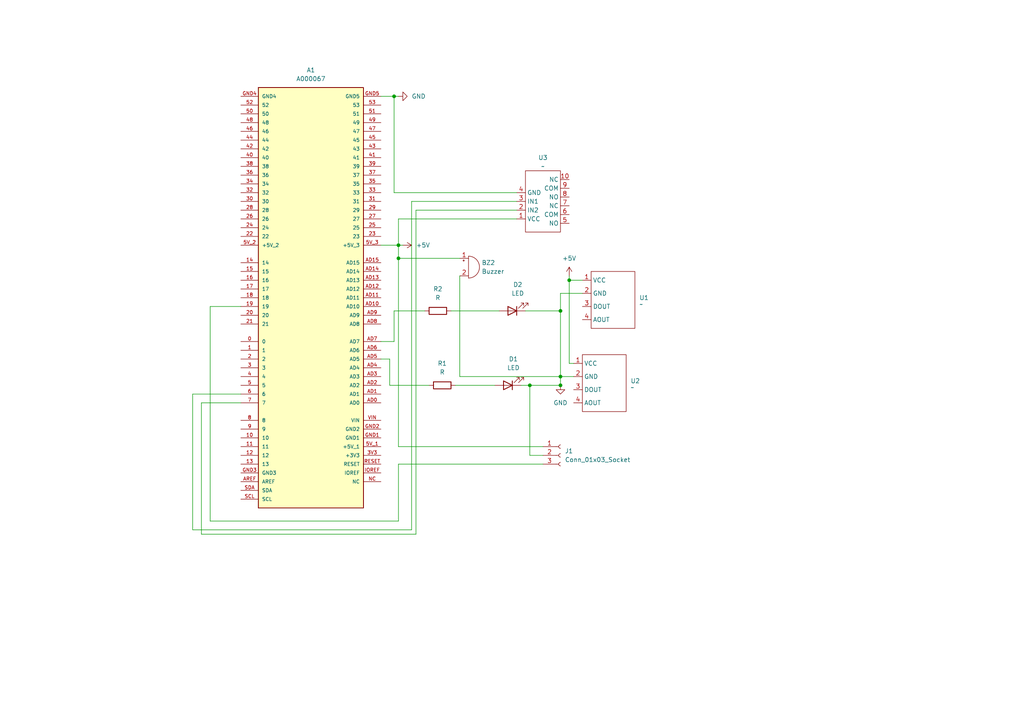
<source format=kicad_sch>
(kicad_sch
	(version 20231120)
	(generator "eeschema")
	(generator_version "8.0")
	(uuid "86a9fac1-80b9-4434-af4a-09cf36e78a21")
	(paper "A4")
	(lib_symbols
		(symbol "A000067:A000067"
			(pin_names
				(offset 1.016)
			)
			(exclude_from_sim no)
			(in_bom yes)
			(on_board yes)
			(property "Reference" "A"
				(at -15.24 61.595 0)
				(effects
					(font
						(size 1.27 1.27)
					)
					(justify left bottom)
				)
			)
			(property "Value" "A000067"
				(at -15.24 -63.5 0)
				(effects
					(font
						(size 1.27 1.27)
					)
					(justify left bottom)
				)
			)
			(property "Footprint" "A000067:MODULE_A000067"
				(at 0 0 0)
				(effects
					(font
						(size 1.27 1.27)
					)
					(justify bottom)
					(hide yes)
				)
			)
			(property "Datasheet" ""
				(at 0 0 0)
				(effects
					(font
						(size 1.27 1.27)
					)
					(hide yes)
				)
			)
			(property "Description" ""
				(at 0 0 0)
				(effects
					(font
						(size 1.27 1.27)
					)
					(hide yes)
				)
			)
			(property "MF" "Arduino"
				(at 0 0 0)
				(effects
					(font
						(size 1.27 1.27)
					)
					(justify bottom)
					(hide yes)
				)
			)
			(property "MAXIMUM_PACKAGE_HEIGHT" "N/A"
				(at 0 0 0)
				(effects
					(font
						(size 1.27 1.27)
					)
					(justify bottom)
					(hide yes)
				)
			)
			(property "Package" "Non-Standard Arduino"
				(at 0 0 0)
				(effects
					(font
						(size 1.27 1.27)
					)
					(justify bottom)
					(hide yes)
				)
			)
			(property "Price" "None"
				(at 0 0 0)
				(effects
					(font
						(size 1.27 1.27)
					)
					(justify bottom)
					(hide yes)
				)
			)
			(property "Check_prices" "https://www.snapeda.com/parts/A000067/Arduino/view-part/?ref=eda"
				(at 0 0 0)
				(effects
					(font
						(size 1.27 1.27)
					)
					(justify bottom)
					(hide yes)
				)
			)
			(property "STANDARD" "Manufacturer Recommendations"
				(at 0 0 0)
				(effects
					(font
						(size 1.27 1.27)
					)
					(justify bottom)
					(hide yes)
				)
			)
			(property "PARTREV" "3"
				(at 0 0 0)
				(effects
					(font
						(size 1.27 1.27)
					)
					(justify bottom)
					(hide yes)
				)
			)
			(property "SnapEDA_Link" "https://www.snapeda.com/parts/A000067/Arduino/view-part/?ref=snap"
				(at 0 0 0)
				(effects
					(font
						(size 1.27 1.27)
					)
					(justify bottom)
					(hide yes)
				)
			)
			(property "MP" "A000067"
				(at 0 0 0)
				(effects
					(font
						(size 1.27 1.27)
					)
					(justify bottom)
					(hide yes)
				)
			)
			(property "Description_1" "\n                        \n                            Arduino Mega 2560 Rev3 Microcontroller Board, ATmega2560 | Arduino A000067\n                        \n"
				(at 0 0 0)
				(effects
					(font
						(size 1.27 1.27)
					)
					(justify bottom)
					(hide yes)
				)
			)
			(property "Availability" "In Stock"
				(at 0 0 0)
				(effects
					(font
						(size 1.27 1.27)
					)
					(justify bottom)
					(hide yes)
				)
			)
			(property "MANUFACTURER" "Arduino"
				(at 0 0 0)
				(effects
					(font
						(size 1.27 1.27)
					)
					(justify bottom)
					(hide yes)
				)
			)
			(symbol "A000067_0_0"
				(rectangle
					(start -15.24 -60.96)
					(end 15.24 60.96)
					(stroke
						(width 0.254)
						(type default)
					)
					(fill
						(type background)
					)
				)
				(pin passive line
					(at 20.32 12.7 180)
					(length 5.08)
					(name "0"
						(effects
							(font
								(size 1.016 1.016)
							)
						)
					)
					(number "0"
						(effects
							(font
								(size 1.016 1.016)
							)
						)
					)
				)
				(pin passive line
					(at 20.32 15.24 180)
					(length 5.08)
					(name "1"
						(effects
							(font
								(size 1.016 1.016)
							)
						)
					)
					(number "1"
						(effects
							(font
								(size 1.016 1.016)
							)
						)
					)
				)
				(pin passive line
					(at 20.32 40.64 180)
					(length 5.08)
					(name "10"
						(effects
							(font
								(size 1.016 1.016)
							)
						)
					)
					(number "10"
						(effects
							(font
								(size 1.016 1.016)
							)
						)
					)
				)
				(pin passive line
					(at 20.32 43.18 180)
					(length 5.08)
					(name "11"
						(effects
							(font
								(size 1.016 1.016)
							)
						)
					)
					(number "11"
						(effects
							(font
								(size 1.016 1.016)
							)
						)
					)
				)
				(pin passive line
					(at 20.32 45.72 180)
					(length 5.08)
					(name "12"
						(effects
							(font
								(size 1.016 1.016)
							)
						)
					)
					(number "12"
						(effects
							(font
								(size 1.016 1.016)
							)
						)
					)
				)
				(pin passive line
					(at 20.32 48.26 180)
					(length 5.08)
					(name "13"
						(effects
							(font
								(size 1.016 1.016)
							)
						)
					)
					(number "13"
						(effects
							(font
								(size 1.016 1.016)
							)
						)
					)
				)
				(pin passive line
					(at 20.32 -10.16 180)
					(length 5.08)
					(name "14"
						(effects
							(font
								(size 1.016 1.016)
							)
						)
					)
					(number "14"
						(effects
							(font
								(size 1.016 1.016)
							)
						)
					)
				)
				(pin passive line
					(at 20.32 -7.62 180)
					(length 5.08)
					(name "15"
						(effects
							(font
								(size 1.016 1.016)
							)
						)
					)
					(number "15"
						(effects
							(font
								(size 1.016 1.016)
							)
						)
					)
				)
				(pin passive line
					(at 20.32 -5.08 180)
					(length 5.08)
					(name "16"
						(effects
							(font
								(size 1.016 1.016)
							)
						)
					)
					(number "16"
						(effects
							(font
								(size 1.016 1.016)
							)
						)
					)
				)
				(pin passive line
					(at 20.32 -2.54 180)
					(length 5.08)
					(name "17"
						(effects
							(font
								(size 1.016 1.016)
							)
						)
					)
					(number "17"
						(effects
							(font
								(size 1.016 1.016)
							)
						)
					)
				)
				(pin passive line
					(at 20.32 0 180)
					(length 5.08)
					(name "18"
						(effects
							(font
								(size 1.016 1.016)
							)
						)
					)
					(number "18"
						(effects
							(font
								(size 1.016 1.016)
							)
						)
					)
				)
				(pin passive line
					(at 20.32 2.54 180)
					(length 5.08)
					(name "19"
						(effects
							(font
								(size 1.016 1.016)
							)
						)
					)
					(number "19"
						(effects
							(font
								(size 1.016 1.016)
							)
						)
					)
				)
				(pin passive line
					(at 20.32 17.78 180)
					(length 5.08)
					(name "2"
						(effects
							(font
								(size 1.016 1.016)
							)
						)
					)
					(number "2"
						(effects
							(font
								(size 1.016 1.016)
							)
						)
					)
				)
				(pin passive line
					(at 20.32 5.08 180)
					(length 5.08)
					(name "20"
						(effects
							(font
								(size 1.016 1.016)
							)
						)
					)
					(number "20"
						(effects
							(font
								(size 1.016 1.016)
							)
						)
					)
				)
				(pin passive line
					(at 20.32 7.62 180)
					(length 5.08)
					(name "21"
						(effects
							(font
								(size 1.016 1.016)
							)
						)
					)
					(number "21"
						(effects
							(font
								(size 1.016 1.016)
							)
						)
					)
				)
				(pin passive line
					(at 20.32 -17.78 180)
					(length 5.08)
					(name "22"
						(effects
							(font
								(size 1.016 1.016)
							)
						)
					)
					(number "22"
						(effects
							(font
								(size 1.016 1.016)
							)
						)
					)
				)
				(pin passive line
					(at -20.32 -17.78 0)
					(length 5.08)
					(name "23"
						(effects
							(font
								(size 1.016 1.016)
							)
						)
					)
					(number "23"
						(effects
							(font
								(size 1.016 1.016)
							)
						)
					)
				)
				(pin passive line
					(at 20.32 -20.32 180)
					(length 5.08)
					(name "24"
						(effects
							(font
								(size 1.016 1.016)
							)
						)
					)
					(number "24"
						(effects
							(font
								(size 1.016 1.016)
							)
						)
					)
				)
				(pin passive line
					(at -20.32 -20.32 0)
					(length 5.08)
					(name "25"
						(effects
							(font
								(size 1.016 1.016)
							)
						)
					)
					(number "25"
						(effects
							(font
								(size 1.016 1.016)
							)
						)
					)
				)
				(pin passive line
					(at 20.32 -22.86 180)
					(length 5.08)
					(name "26"
						(effects
							(font
								(size 1.016 1.016)
							)
						)
					)
					(number "26"
						(effects
							(font
								(size 1.016 1.016)
							)
						)
					)
				)
				(pin passive line
					(at -20.32 -22.86 0)
					(length 5.08)
					(name "27"
						(effects
							(font
								(size 1.016 1.016)
							)
						)
					)
					(number "27"
						(effects
							(font
								(size 1.016 1.016)
							)
						)
					)
				)
				(pin passive line
					(at 20.32 -25.4 180)
					(length 5.08)
					(name "28"
						(effects
							(font
								(size 1.016 1.016)
							)
						)
					)
					(number "28"
						(effects
							(font
								(size 1.016 1.016)
							)
						)
					)
				)
				(pin passive line
					(at -20.32 -25.4 0)
					(length 5.08)
					(name "29"
						(effects
							(font
								(size 1.016 1.016)
							)
						)
					)
					(number "29"
						(effects
							(font
								(size 1.016 1.016)
							)
						)
					)
				)
				(pin passive line
					(at 20.32 20.32 180)
					(length 5.08)
					(name "3"
						(effects
							(font
								(size 1.016 1.016)
							)
						)
					)
					(number "3"
						(effects
							(font
								(size 1.016 1.016)
							)
						)
					)
				)
				(pin passive line
					(at 20.32 -27.94 180)
					(length 5.08)
					(name "30"
						(effects
							(font
								(size 1.016 1.016)
							)
						)
					)
					(number "30"
						(effects
							(font
								(size 1.016 1.016)
							)
						)
					)
				)
				(pin passive line
					(at -20.32 -27.94 0)
					(length 5.08)
					(name "31"
						(effects
							(font
								(size 1.016 1.016)
							)
						)
					)
					(number "31"
						(effects
							(font
								(size 1.016 1.016)
							)
						)
					)
				)
				(pin passive line
					(at 20.32 -30.48 180)
					(length 5.08)
					(name "32"
						(effects
							(font
								(size 1.016 1.016)
							)
						)
					)
					(number "32"
						(effects
							(font
								(size 1.016 1.016)
							)
						)
					)
				)
				(pin passive line
					(at -20.32 -30.48 0)
					(length 5.08)
					(name "33"
						(effects
							(font
								(size 1.016 1.016)
							)
						)
					)
					(number "33"
						(effects
							(font
								(size 1.016 1.016)
							)
						)
					)
				)
				(pin passive line
					(at 20.32 -33.02 180)
					(length 5.08)
					(name "34"
						(effects
							(font
								(size 1.016 1.016)
							)
						)
					)
					(number "34"
						(effects
							(font
								(size 1.016 1.016)
							)
						)
					)
				)
				(pin passive line
					(at -20.32 -33.02 0)
					(length 5.08)
					(name "35"
						(effects
							(font
								(size 1.016 1.016)
							)
						)
					)
					(number "35"
						(effects
							(font
								(size 1.016 1.016)
							)
						)
					)
				)
				(pin passive line
					(at 20.32 -35.56 180)
					(length 5.08)
					(name "36"
						(effects
							(font
								(size 1.016 1.016)
							)
						)
					)
					(number "36"
						(effects
							(font
								(size 1.016 1.016)
							)
						)
					)
				)
				(pin passive line
					(at -20.32 -35.56 0)
					(length 5.08)
					(name "37"
						(effects
							(font
								(size 1.016 1.016)
							)
						)
					)
					(number "37"
						(effects
							(font
								(size 1.016 1.016)
							)
						)
					)
				)
				(pin passive line
					(at 20.32 -38.1 180)
					(length 5.08)
					(name "38"
						(effects
							(font
								(size 1.016 1.016)
							)
						)
					)
					(number "38"
						(effects
							(font
								(size 1.016 1.016)
							)
						)
					)
				)
				(pin passive line
					(at -20.32 -38.1 0)
					(length 5.08)
					(name "39"
						(effects
							(font
								(size 1.016 1.016)
							)
						)
					)
					(number "39"
						(effects
							(font
								(size 1.016 1.016)
							)
						)
					)
				)
				(pin passive line
					(at -20.32 45.72 0)
					(length 5.08)
					(name "+3V3"
						(effects
							(font
								(size 1.016 1.016)
							)
						)
					)
					(number "3V3"
						(effects
							(font
								(size 1.016 1.016)
							)
						)
					)
				)
				(pin passive line
					(at 20.32 22.86 180)
					(length 5.08)
					(name "4"
						(effects
							(font
								(size 1.016 1.016)
							)
						)
					)
					(number "4"
						(effects
							(font
								(size 1.016 1.016)
							)
						)
					)
				)
				(pin passive line
					(at 20.32 -40.64 180)
					(length 5.08)
					(name "40"
						(effects
							(font
								(size 1.016 1.016)
							)
						)
					)
					(number "40"
						(effects
							(font
								(size 1.016 1.016)
							)
						)
					)
				)
				(pin passive line
					(at -20.32 -40.64 0)
					(length 5.08)
					(name "41"
						(effects
							(font
								(size 1.016 1.016)
							)
						)
					)
					(number "41"
						(effects
							(font
								(size 1.016 1.016)
							)
						)
					)
				)
				(pin passive line
					(at 20.32 -43.18 180)
					(length 5.08)
					(name "42"
						(effects
							(font
								(size 1.016 1.016)
							)
						)
					)
					(number "42"
						(effects
							(font
								(size 1.016 1.016)
							)
						)
					)
				)
				(pin passive line
					(at -20.32 -43.18 0)
					(length 5.08)
					(name "43"
						(effects
							(font
								(size 1.016 1.016)
							)
						)
					)
					(number "43"
						(effects
							(font
								(size 1.016 1.016)
							)
						)
					)
				)
				(pin passive line
					(at 20.32 -45.72 180)
					(length 5.08)
					(name "44"
						(effects
							(font
								(size 1.016 1.016)
							)
						)
					)
					(number "44"
						(effects
							(font
								(size 1.016 1.016)
							)
						)
					)
				)
				(pin passive line
					(at -20.32 -45.72 0)
					(length 5.08)
					(name "45"
						(effects
							(font
								(size 1.016 1.016)
							)
						)
					)
					(number "45"
						(effects
							(font
								(size 1.016 1.016)
							)
						)
					)
				)
				(pin passive line
					(at 20.32 -48.26 180)
					(length 5.08)
					(name "46"
						(effects
							(font
								(size 1.016 1.016)
							)
						)
					)
					(number "46"
						(effects
							(font
								(size 1.016 1.016)
							)
						)
					)
				)
				(pin passive line
					(at -20.32 -48.26 0)
					(length 5.08)
					(name "47"
						(effects
							(font
								(size 1.016 1.016)
							)
						)
					)
					(number "47"
						(effects
							(font
								(size 1.016 1.016)
							)
						)
					)
				)
				(pin passive line
					(at 20.32 -50.8 180)
					(length 5.08)
					(name "48"
						(effects
							(font
								(size 1.016 1.016)
							)
						)
					)
					(number "48"
						(effects
							(font
								(size 1.016 1.016)
							)
						)
					)
				)
				(pin passive line
					(at -20.32 -50.8 0)
					(length 5.08)
					(name "49"
						(effects
							(font
								(size 1.016 1.016)
							)
						)
					)
					(number "49"
						(effects
							(font
								(size 1.016 1.016)
							)
						)
					)
				)
				(pin passive line
					(at 20.32 25.4 180)
					(length 5.08)
					(name "5"
						(effects
							(font
								(size 1.016 1.016)
							)
						)
					)
					(number "5"
						(effects
							(font
								(size 1.016 1.016)
							)
						)
					)
				)
				(pin passive line
					(at 20.32 -53.34 180)
					(length 5.08)
					(name "50"
						(effects
							(font
								(size 1.016 1.016)
							)
						)
					)
					(number "50"
						(effects
							(font
								(size 1.016 1.016)
							)
						)
					)
				)
				(pin passive line
					(at -20.32 -53.34 0)
					(length 5.08)
					(name "51"
						(effects
							(font
								(size 1.016 1.016)
							)
						)
					)
					(number "51"
						(effects
							(font
								(size 1.016 1.016)
							)
						)
					)
				)
				(pin passive line
					(at 20.32 -55.88 180)
					(length 5.08)
					(name "52"
						(effects
							(font
								(size 1.016 1.016)
							)
						)
					)
					(number "52"
						(effects
							(font
								(size 1.016 1.016)
							)
						)
					)
				)
				(pin passive line
					(at -20.32 -55.88 0)
					(length 5.08)
					(name "53"
						(effects
							(font
								(size 1.016 1.016)
							)
						)
					)
					(number "53"
						(effects
							(font
								(size 1.016 1.016)
							)
						)
					)
				)
				(pin passive line
					(at -20.32 43.18 0)
					(length 5.08)
					(name "+5V_1"
						(effects
							(font
								(size 1.016 1.016)
							)
						)
					)
					(number "5V_1"
						(effects
							(font
								(size 1.016 1.016)
							)
						)
					)
				)
				(pin passive line
					(at 20.32 -15.24 180)
					(length 5.08)
					(name "+5V_2"
						(effects
							(font
								(size 1.016 1.016)
							)
						)
					)
					(number "5V_2"
						(effects
							(font
								(size 1.016 1.016)
							)
						)
					)
				)
				(pin passive line
					(at -20.32 -15.24 0)
					(length 5.08)
					(name "+5V_3"
						(effects
							(font
								(size 1.016 1.016)
							)
						)
					)
					(number "5V_3"
						(effects
							(font
								(size 1.016 1.016)
							)
						)
					)
				)
				(pin passive line
					(at 20.32 27.94 180)
					(length 5.08)
					(name "6"
						(effects
							(font
								(size 1.016 1.016)
							)
						)
					)
					(number "6"
						(effects
							(font
								(size 1.016 1.016)
							)
						)
					)
				)
				(pin passive line
					(at 20.32 30.48 180)
					(length 5.08)
					(name "7"
						(effects
							(font
								(size 1.016 1.016)
							)
						)
					)
					(number "7"
						(effects
							(font
								(size 1.016 1.016)
							)
						)
					)
				)
				(pin passive line
					(at 20.32 35.56 180)
					(length 5.08)
					(name "8"
						(effects
							(font
								(size 1.016 1.016)
							)
						)
					)
					(number "8"
						(effects
							(font
								(size 1.016 1.016)
							)
						)
					)
				)
				(pin passive line
					(at 20.32 38.1 180)
					(length 5.08)
					(name "9"
						(effects
							(font
								(size 1.016 1.016)
							)
						)
					)
					(number "9"
						(effects
							(font
								(size 1.016 1.016)
							)
						)
					)
				)
				(pin passive line
					(at -20.32 30.48 0)
					(length 5.08)
					(name "AD0"
						(effects
							(font
								(size 1.016 1.016)
							)
						)
					)
					(number "AD0"
						(effects
							(font
								(size 1.016 1.016)
							)
						)
					)
				)
				(pin passive line
					(at -20.32 27.94 0)
					(length 5.08)
					(name "AD1"
						(effects
							(font
								(size 1.016 1.016)
							)
						)
					)
					(number "AD1"
						(effects
							(font
								(size 1.016 1.016)
							)
						)
					)
				)
				(pin passive line
					(at -20.32 2.54 0)
					(length 5.08)
					(name "AD10"
						(effects
							(font
								(size 1.016 1.016)
							)
						)
					)
					(number "AD10"
						(effects
							(font
								(size 1.016 1.016)
							)
						)
					)
				)
				(pin passive line
					(at -20.32 0 0)
					(length 5.08)
					(name "AD11"
						(effects
							(font
								(size 1.016 1.016)
							)
						)
					)
					(number "AD11"
						(effects
							(font
								(size 1.016 1.016)
							)
						)
					)
				)
				(pin passive line
					(at -20.32 -2.54 0)
					(length 5.08)
					(name "AD12"
						(effects
							(font
								(size 1.016 1.016)
							)
						)
					)
					(number "AD12"
						(effects
							(font
								(size 1.016 1.016)
							)
						)
					)
				)
				(pin passive line
					(at -20.32 -5.08 0)
					(length 5.08)
					(name "AD13"
						(effects
							(font
								(size 1.016 1.016)
							)
						)
					)
					(number "AD13"
						(effects
							(font
								(size 1.016 1.016)
							)
						)
					)
				)
				(pin passive line
					(at -20.32 -7.62 0)
					(length 5.08)
					(name "AD14"
						(effects
							(font
								(size 1.016 1.016)
							)
						)
					)
					(number "AD14"
						(effects
							(font
								(size 1.016 1.016)
							)
						)
					)
				)
				(pin passive line
					(at -20.32 -10.16 0)
					(length 5.08)
					(name "AD15"
						(effects
							(font
								(size 1.016 1.016)
							)
						)
					)
					(number "AD15"
						(effects
							(font
								(size 1.016 1.016)
							)
						)
					)
				)
				(pin passive line
					(at -20.32 25.4 0)
					(length 5.08)
					(name "AD2"
						(effects
							(font
								(size 1.016 1.016)
							)
						)
					)
					(number "AD2"
						(effects
							(font
								(size 1.016 1.016)
							)
						)
					)
				)
				(pin passive line
					(at -20.32 22.86 0)
					(length 5.08)
					(name "AD3"
						(effects
							(font
								(size 1.016 1.016)
							)
						)
					)
					(number "AD3"
						(effects
							(font
								(size 1.016 1.016)
							)
						)
					)
				)
				(pin passive line
					(at -20.32 20.32 0)
					(length 5.08)
					(name "AD4"
						(effects
							(font
								(size 1.016 1.016)
							)
						)
					)
					(number "AD4"
						(effects
							(font
								(size 1.016 1.016)
							)
						)
					)
				)
				(pin passive line
					(at -20.32 17.78 0)
					(length 5.08)
					(name "AD5"
						(effects
							(font
								(size 1.016 1.016)
							)
						)
					)
					(number "AD5"
						(effects
							(font
								(size 1.016 1.016)
							)
						)
					)
				)
				(pin passive line
					(at -20.32 15.24 0)
					(length 5.08)
					(name "AD6"
						(effects
							(font
								(size 1.016 1.016)
							)
						)
					)
					(number "AD6"
						(effects
							(font
								(size 1.016 1.016)
							)
						)
					)
				)
				(pin passive line
					(at -20.32 12.7 0)
					(length 5.08)
					(name "AD7"
						(effects
							(font
								(size 1.016 1.016)
							)
						)
					)
					(number "AD7"
						(effects
							(font
								(size 1.016 1.016)
							)
						)
					)
				)
				(pin passive line
					(at -20.32 7.62 0)
					(length 5.08)
					(name "AD8"
						(effects
							(font
								(size 1.016 1.016)
							)
						)
					)
					(number "AD8"
						(effects
							(font
								(size 1.016 1.016)
							)
						)
					)
				)
				(pin passive line
					(at -20.32 5.08 0)
					(length 5.08)
					(name "AD9"
						(effects
							(font
								(size 1.016 1.016)
							)
						)
					)
					(number "AD9"
						(effects
							(font
								(size 1.016 1.016)
							)
						)
					)
				)
				(pin passive line
					(at 20.32 53.34 180)
					(length 5.08)
					(name "AREF"
						(effects
							(font
								(size 1.016 1.016)
							)
						)
					)
					(number "AREF"
						(effects
							(font
								(size 1.016 1.016)
							)
						)
					)
				)
				(pin passive line
					(at -20.32 40.64 0)
					(length 5.08)
					(name "GND1"
						(effects
							(font
								(size 1.016 1.016)
							)
						)
					)
					(number "GND1"
						(effects
							(font
								(size 1.016 1.016)
							)
						)
					)
				)
				(pin passive line
					(at -20.32 38.1 0)
					(length 5.08)
					(name "GND2"
						(effects
							(font
								(size 1.016 1.016)
							)
						)
					)
					(number "GND2"
						(effects
							(font
								(size 1.016 1.016)
							)
						)
					)
				)
				(pin passive line
					(at 20.32 50.8 180)
					(length 5.08)
					(name "GND3"
						(effects
							(font
								(size 1.016 1.016)
							)
						)
					)
					(number "GND3"
						(effects
							(font
								(size 1.016 1.016)
							)
						)
					)
				)
				(pin passive line
					(at 20.32 -58.42 180)
					(length 5.08)
					(name "GND4"
						(effects
							(font
								(size 1.016 1.016)
							)
						)
					)
					(number "GND4"
						(effects
							(font
								(size 1.016 1.016)
							)
						)
					)
				)
				(pin passive line
					(at -20.32 -58.42 0)
					(length 5.08)
					(name "GND5"
						(effects
							(font
								(size 1.016 1.016)
							)
						)
					)
					(number "GND5"
						(effects
							(font
								(size 1.016 1.016)
							)
						)
					)
				)
				(pin passive line
					(at -20.32 50.8 0)
					(length 5.08)
					(name "IOREF"
						(effects
							(font
								(size 1.016 1.016)
							)
						)
					)
					(number "IOREF"
						(effects
							(font
								(size 1.016 1.016)
							)
						)
					)
				)
				(pin passive line
					(at -20.32 53.34 0)
					(length 5.08)
					(name "NC"
						(effects
							(font
								(size 1.016 1.016)
							)
						)
					)
					(number "NC"
						(effects
							(font
								(size 1.016 1.016)
							)
						)
					)
				)
				(pin passive line
					(at -20.32 48.26 0)
					(length 5.08)
					(name "RESET"
						(effects
							(font
								(size 1.016 1.016)
							)
						)
					)
					(number "RESET"
						(effects
							(font
								(size 1.016 1.016)
							)
						)
					)
				)
				(pin passive line
					(at 20.32 58.42 180)
					(length 5.08)
					(name "SCL"
						(effects
							(font
								(size 1.016 1.016)
							)
						)
					)
					(number "SCL"
						(effects
							(font
								(size 1.016 1.016)
							)
						)
					)
				)
				(pin passive line
					(at 20.32 55.88 180)
					(length 5.08)
					(name "SDA"
						(effects
							(font
								(size 1.016 1.016)
							)
						)
					)
					(number "SDA"
						(effects
							(font
								(size 1.016 1.016)
							)
						)
					)
				)
				(pin passive line
					(at -20.32 35.56 0)
					(length 5.08)
					(name "VIN"
						(effects
							(font
								(size 1.016 1.016)
							)
						)
					)
					(number "VIN"
						(effects
							(font
								(size 1.016 1.016)
							)
						)
					)
				)
			)
		)
		(symbol "Connector:Conn_01x03_Socket"
			(pin_names
				(offset 1.016) hide)
			(exclude_from_sim no)
			(in_bom yes)
			(on_board yes)
			(property "Reference" "J"
				(at 0 5.08 0)
				(effects
					(font
						(size 1.27 1.27)
					)
				)
			)
			(property "Value" "Conn_01x03_Socket"
				(at 0 -5.08 0)
				(effects
					(font
						(size 1.27 1.27)
					)
				)
			)
			(property "Footprint" ""
				(at 0 0 0)
				(effects
					(font
						(size 1.27 1.27)
					)
					(hide yes)
				)
			)
			(property "Datasheet" "~"
				(at 0 0 0)
				(effects
					(font
						(size 1.27 1.27)
					)
					(hide yes)
				)
			)
			(property "Description" "Generic connector, single row, 01x03, script generated"
				(at 0 0 0)
				(effects
					(font
						(size 1.27 1.27)
					)
					(hide yes)
				)
			)
			(property "ki_locked" ""
				(at 0 0 0)
				(effects
					(font
						(size 1.27 1.27)
					)
				)
			)
			(property "ki_keywords" "connector"
				(at 0 0 0)
				(effects
					(font
						(size 1.27 1.27)
					)
					(hide yes)
				)
			)
			(property "ki_fp_filters" "Connector*:*_1x??_*"
				(at 0 0 0)
				(effects
					(font
						(size 1.27 1.27)
					)
					(hide yes)
				)
			)
			(symbol "Conn_01x03_Socket_1_1"
				(arc
					(start 0 -2.032)
					(mid -0.5058 -2.54)
					(end 0 -3.048)
					(stroke
						(width 0.1524)
						(type default)
					)
					(fill
						(type none)
					)
				)
				(polyline
					(pts
						(xy -1.27 -2.54) (xy -0.508 -2.54)
					)
					(stroke
						(width 0.1524)
						(type default)
					)
					(fill
						(type none)
					)
				)
				(polyline
					(pts
						(xy -1.27 0) (xy -0.508 0)
					)
					(stroke
						(width 0.1524)
						(type default)
					)
					(fill
						(type none)
					)
				)
				(polyline
					(pts
						(xy -1.27 2.54) (xy -0.508 2.54)
					)
					(stroke
						(width 0.1524)
						(type default)
					)
					(fill
						(type none)
					)
				)
				(arc
					(start 0 0.508)
					(mid -0.5058 0)
					(end 0 -0.508)
					(stroke
						(width 0.1524)
						(type default)
					)
					(fill
						(type none)
					)
				)
				(arc
					(start 0 3.048)
					(mid -0.5058 2.54)
					(end 0 2.032)
					(stroke
						(width 0.1524)
						(type default)
					)
					(fill
						(type none)
					)
				)
				(pin passive line
					(at -5.08 2.54 0)
					(length 3.81)
					(name "Pin_1"
						(effects
							(font
								(size 1.27 1.27)
							)
						)
					)
					(number "1"
						(effects
							(font
								(size 1.27 1.27)
							)
						)
					)
				)
				(pin passive line
					(at -5.08 0 0)
					(length 3.81)
					(name "Pin_2"
						(effects
							(font
								(size 1.27 1.27)
							)
						)
					)
					(number "2"
						(effects
							(font
								(size 1.27 1.27)
							)
						)
					)
				)
				(pin passive line
					(at -5.08 -2.54 0)
					(length 3.81)
					(name "Pin_3"
						(effects
							(font
								(size 1.27 1.27)
							)
						)
					)
					(number "3"
						(effects
							(font
								(size 1.27 1.27)
							)
						)
					)
				)
			)
		)
		(symbol "Device:Buzzer"
			(pin_names
				(offset 0.0254) hide)
			(exclude_from_sim no)
			(in_bom yes)
			(on_board yes)
			(property "Reference" "BZ"
				(at 3.81 1.27 0)
				(effects
					(font
						(size 1.27 1.27)
					)
					(justify left)
				)
			)
			(property "Value" "Buzzer"
				(at 3.81 -1.27 0)
				(effects
					(font
						(size 1.27 1.27)
					)
					(justify left)
				)
			)
			(property "Footprint" ""
				(at -0.635 2.54 90)
				(effects
					(font
						(size 1.27 1.27)
					)
					(hide yes)
				)
			)
			(property "Datasheet" "~"
				(at -0.635 2.54 90)
				(effects
					(font
						(size 1.27 1.27)
					)
					(hide yes)
				)
			)
			(property "Description" "Buzzer, polarized"
				(at 0 0 0)
				(effects
					(font
						(size 1.27 1.27)
					)
					(hide yes)
				)
			)
			(property "ki_keywords" "quartz resonator ceramic"
				(at 0 0 0)
				(effects
					(font
						(size 1.27 1.27)
					)
					(hide yes)
				)
			)
			(property "ki_fp_filters" "*Buzzer*"
				(at 0 0 0)
				(effects
					(font
						(size 1.27 1.27)
					)
					(hide yes)
				)
			)
			(symbol "Buzzer_0_1"
				(arc
					(start 0 -3.175)
					(mid 3.1612 0)
					(end 0 3.175)
					(stroke
						(width 0)
						(type default)
					)
					(fill
						(type none)
					)
				)
				(polyline
					(pts
						(xy -1.651 1.905) (xy -1.143 1.905)
					)
					(stroke
						(width 0)
						(type default)
					)
					(fill
						(type none)
					)
				)
				(polyline
					(pts
						(xy -1.397 2.159) (xy -1.397 1.651)
					)
					(stroke
						(width 0)
						(type default)
					)
					(fill
						(type none)
					)
				)
				(polyline
					(pts
						(xy 0 3.175) (xy 0 -3.175)
					)
					(stroke
						(width 0)
						(type default)
					)
					(fill
						(type none)
					)
				)
			)
			(symbol "Buzzer_1_1"
				(pin passive line
					(at -2.54 2.54 0)
					(length 2.54)
					(name "+"
						(effects
							(font
								(size 1.27 1.27)
							)
						)
					)
					(number "1"
						(effects
							(font
								(size 1.27 1.27)
							)
						)
					)
				)
				(pin passive line
					(at -2.54 -2.54 0)
					(length 2.54)
					(name "-"
						(effects
							(font
								(size 1.27 1.27)
							)
						)
					)
					(number "2"
						(effects
							(font
								(size 1.27 1.27)
							)
						)
					)
				)
			)
		)
		(symbol "Device:LED"
			(pin_numbers hide)
			(pin_names
				(offset 1.016) hide)
			(exclude_from_sim no)
			(in_bom yes)
			(on_board yes)
			(property "Reference" "D"
				(at 0 2.54 0)
				(effects
					(font
						(size 1.27 1.27)
					)
				)
			)
			(property "Value" "LED"
				(at 0 -2.54 0)
				(effects
					(font
						(size 1.27 1.27)
					)
				)
			)
			(property "Footprint" ""
				(at 0 0 0)
				(effects
					(font
						(size 1.27 1.27)
					)
					(hide yes)
				)
			)
			(property "Datasheet" "~"
				(at 0 0 0)
				(effects
					(font
						(size 1.27 1.27)
					)
					(hide yes)
				)
			)
			(property "Description" "Light emitting diode"
				(at 0 0 0)
				(effects
					(font
						(size 1.27 1.27)
					)
					(hide yes)
				)
			)
			(property "ki_keywords" "LED diode"
				(at 0 0 0)
				(effects
					(font
						(size 1.27 1.27)
					)
					(hide yes)
				)
			)
			(property "ki_fp_filters" "LED* LED_SMD:* LED_THT:*"
				(at 0 0 0)
				(effects
					(font
						(size 1.27 1.27)
					)
					(hide yes)
				)
			)
			(symbol "LED_0_1"
				(polyline
					(pts
						(xy -1.27 -1.27) (xy -1.27 1.27)
					)
					(stroke
						(width 0.254)
						(type default)
					)
					(fill
						(type none)
					)
				)
				(polyline
					(pts
						(xy -1.27 0) (xy 1.27 0)
					)
					(stroke
						(width 0)
						(type default)
					)
					(fill
						(type none)
					)
				)
				(polyline
					(pts
						(xy 1.27 -1.27) (xy 1.27 1.27) (xy -1.27 0) (xy 1.27 -1.27)
					)
					(stroke
						(width 0.254)
						(type default)
					)
					(fill
						(type none)
					)
				)
				(polyline
					(pts
						(xy -3.048 -0.762) (xy -4.572 -2.286) (xy -3.81 -2.286) (xy -4.572 -2.286) (xy -4.572 -1.524)
					)
					(stroke
						(width 0)
						(type default)
					)
					(fill
						(type none)
					)
				)
				(polyline
					(pts
						(xy -1.778 -0.762) (xy -3.302 -2.286) (xy -2.54 -2.286) (xy -3.302 -2.286) (xy -3.302 -1.524)
					)
					(stroke
						(width 0)
						(type default)
					)
					(fill
						(type none)
					)
				)
			)
			(symbol "LED_1_1"
				(pin passive line
					(at -3.81 0 0)
					(length 2.54)
					(name "K"
						(effects
							(font
								(size 1.27 1.27)
							)
						)
					)
					(number "1"
						(effects
							(font
								(size 1.27 1.27)
							)
						)
					)
				)
				(pin passive line
					(at 3.81 0 180)
					(length 2.54)
					(name "A"
						(effects
							(font
								(size 1.27 1.27)
							)
						)
					)
					(number "2"
						(effects
							(font
								(size 1.27 1.27)
							)
						)
					)
				)
			)
		)
		(symbol "Device:R"
			(pin_numbers hide)
			(pin_names
				(offset 0)
			)
			(exclude_from_sim no)
			(in_bom yes)
			(on_board yes)
			(property "Reference" "R"
				(at 2.032 0 90)
				(effects
					(font
						(size 1.27 1.27)
					)
				)
			)
			(property "Value" "R"
				(at 0 0 90)
				(effects
					(font
						(size 1.27 1.27)
					)
				)
			)
			(property "Footprint" ""
				(at -1.778 0 90)
				(effects
					(font
						(size 1.27 1.27)
					)
					(hide yes)
				)
			)
			(property "Datasheet" "~"
				(at 0 0 0)
				(effects
					(font
						(size 1.27 1.27)
					)
					(hide yes)
				)
			)
			(property "Description" "Resistor"
				(at 0 0 0)
				(effects
					(font
						(size 1.27 1.27)
					)
					(hide yes)
				)
			)
			(property "ki_keywords" "R res resistor"
				(at 0 0 0)
				(effects
					(font
						(size 1.27 1.27)
					)
					(hide yes)
				)
			)
			(property "ki_fp_filters" "R_*"
				(at 0 0 0)
				(effects
					(font
						(size 1.27 1.27)
					)
					(hide yes)
				)
			)
			(symbol "R_0_1"
				(rectangle
					(start -1.016 -2.54)
					(end 1.016 2.54)
					(stroke
						(width 0.254)
						(type default)
					)
					(fill
						(type none)
					)
				)
			)
			(symbol "R_1_1"
				(pin passive line
					(at 0 3.81 270)
					(length 1.27)
					(name "~"
						(effects
							(font
								(size 1.27 1.27)
							)
						)
					)
					(number "1"
						(effects
							(font
								(size 1.27 1.27)
							)
						)
					)
				)
				(pin passive line
					(at 0 -3.81 90)
					(length 1.27)
					(name "~"
						(effects
							(font
								(size 1.27 1.27)
							)
						)
					)
					(number "2"
						(effects
							(font
								(size 1.27 1.27)
							)
						)
					)
				)
			)
		)
		(symbol "MQ135:MQ135"
			(exclude_from_sim no)
			(in_bom yes)
			(on_board yes)
			(property "Reference" "U2"
				(at -0.0001 7.62 90)
				(effects
					(font
						(size 1.27 1.27)
					)
					(justify left)
				)
			)
			(property "Value" "~"
				(at 1.905 7.62 90)
				(effects
					(font
						(size 1.27 1.27)
					)
					(justify left)
				)
			)
			(property "Footprint" "MQ135:MQ135"
				(at 0 0 0)
				(effects
					(font
						(size 1.27 1.27)
					)
					(hide yes)
				)
			)
			(property "Datasheet" ""
				(at 0 0 0)
				(effects
					(font
						(size 1.27 1.27)
					)
					(hide yes)
				)
			)
			(property "Description" ""
				(at 0 0 0)
				(effects
					(font
						(size 1.27 1.27)
					)
					(hide yes)
				)
			)
			(symbol "MQ135_0_1"
				(rectangle
					(start -7.62 6.35)
					(end 8.89 -6.35)
					(stroke
						(width 0)
						(type default)
					)
					(fill
						(type none)
					)
				)
			)
			(symbol "MQ135_1_1"
				(pin input line
					(at -5.08 -8.89 90)
					(length 2.54)
					(name "VCC"
						(effects
							(font
								(size 1.27 1.27)
							)
						)
					)
					(number "1"
						(effects
							(font
								(size 1.27 1.27)
							)
						)
					)
				)
				(pin input line
					(at -1.27 -8.89 90)
					(length 2.54)
					(name "GND"
						(effects
							(font
								(size 1.27 1.27)
							)
						)
					)
					(number "2"
						(effects
							(font
								(size 1.27 1.27)
							)
						)
					)
				)
				(pin input line
					(at 2.54 -8.89 90)
					(length 2.54)
					(name "DOUT"
						(effects
							(font
								(size 1.27 1.27)
							)
						)
					)
					(number "3"
						(effects
							(font
								(size 1.27 1.27)
							)
						)
					)
				)
				(pin input line
					(at 6.35 -8.89 90)
					(length 2.54)
					(name "AOUT"
						(effects
							(font
								(size 1.27 1.27)
							)
						)
					)
					(number "4"
						(effects
							(font
								(size 1.27 1.27)
							)
						)
					)
				)
			)
		)
		(symbol "MQ2:MQ2"
			(exclude_from_sim no)
			(in_bom yes)
			(on_board yes)
			(property "Reference" "U1"
				(at -1.2701 7.62 90)
				(effects
					(font
						(size 1.27 1.27)
					)
					(justify left)
				)
			)
			(property "Value" "~"
				(at 0.635 7.62 90)
				(effects
					(font
						(size 1.27 1.27)
					)
					(justify left)
				)
			)
			(property "Footprint" "MQ2:MQ2"
				(at 2.54 0 0)
				(effects
					(font
						(size 1.27 1.27)
					)
					(hide yes)
				)
			)
			(property "Datasheet" ""
				(at 2.54 0 0)
				(effects
					(font
						(size 1.27 1.27)
					)
					(hide yes)
				)
			)
			(property "Description" ""
				(at 2.54 0 0)
				(effects
					(font
						(size 1.27 1.27)
					)
					(hide yes)
				)
			)
			(symbol "MQ2_0_1"
				(rectangle
					(start -8.89 6.35)
					(end 7.62 -6.35)
					(stroke
						(width 0)
						(type default)
					)
					(fill
						(type none)
					)
				)
			)
			(symbol "MQ2_1_1"
				(pin input line
					(at -6.35 -8.89 90)
					(length 2.54)
					(name "VCC"
						(effects
							(font
								(size 1.27 1.27)
							)
						)
					)
					(number "1"
						(effects
							(font
								(size 1.27 1.27)
							)
						)
					)
				)
				(pin input line
					(at -2.54 -8.89 90)
					(length 2.54)
					(name "GND"
						(effects
							(font
								(size 1.27 1.27)
							)
						)
					)
					(number "2"
						(effects
							(font
								(size 1.27 1.27)
							)
						)
					)
				)
				(pin input line
					(at 1.27 -8.89 90)
					(length 2.54)
					(name "DOUT"
						(effects
							(font
								(size 1.27 1.27)
							)
						)
					)
					(number "3"
						(effects
							(font
								(size 1.27 1.27)
							)
						)
					)
				)
				(pin input line
					(at 5.08 -8.89 90)
					(length 2.54)
					(name "AOUT"
						(effects
							(font
								(size 1.27 1.27)
							)
						)
					)
					(number "4"
						(effects
							(font
								(size 1.27 1.27)
							)
						)
					)
				)
			)
		)
		(symbol "dualchannelRelay:dualRelay"
			(exclude_from_sim no)
			(in_bom yes)
			(on_board yes)
			(property "Reference" "U"
				(at 0 0 0)
				(effects
					(font
						(size 1.27 1.27)
					)
				)
			)
			(property "Value" ""
				(at -2.54 1.27 0)
				(effects
					(font
						(size 1.27 1.27)
					)
				)
			)
			(property "Footprint" "dualRelay:dualRelay"
				(at -2.54 1.27 0)
				(effects
					(font
						(size 1.27 1.27)
					)
					(hide yes)
				)
			)
			(property "Datasheet" ""
				(at -2.54 1.27 0)
				(effects
					(font
						(size 1.27 1.27)
					)
					(hide yes)
				)
			)
			(property "Description" ""
				(at -2.54 1.27 0)
				(effects
					(font
						(size 1.27 1.27)
					)
					(hide yes)
				)
			)
			(symbol "dualRelay_0_1"
				(rectangle
					(start -7.62 5.08)
					(end 10.16 -5.08)
					(stroke
						(width 0)
						(type default)
					)
					(fill
						(type none)
					)
				)
			)
			(symbol "dualRelay_1_1"
				(pin input line
					(at -3.81 7.62 270)
					(length 2.54)
					(name "VCC"
						(effects
							(font
								(size 1.27 1.27)
							)
						)
					)
					(number "1"
						(effects
							(font
								(size 1.27 1.27)
							)
						)
					)
				)
				(pin output line
					(at 7.62 -7.62 90)
					(length 2.54)
					(name "NC"
						(effects
							(font
								(size 1.27 1.27)
							)
						)
					)
					(number "10"
						(effects
							(font
								(size 1.27 1.27)
							)
						)
					)
				)
				(pin input line
					(at -1.27 7.62 270)
					(length 2.54)
					(name "IN2"
						(effects
							(font
								(size 1.27 1.27)
							)
						)
					)
					(number "2"
						(effects
							(font
								(size 1.27 1.27)
							)
						)
					)
				)
				(pin input line
					(at 1.27 7.62 270)
					(length 2.54)
					(name "IN1"
						(effects
							(font
								(size 1.27 1.27)
							)
						)
					)
					(number "3"
						(effects
							(font
								(size 1.27 1.27)
							)
						)
					)
				)
				(pin input line
					(at 3.81 7.62 270)
					(length 2.54)
					(name "GND"
						(effects
							(font
								(size 1.27 1.27)
							)
						)
					)
					(number "4"
						(effects
							(font
								(size 1.27 1.27)
							)
						)
					)
				)
				(pin output line
					(at -5.08 -7.62 90)
					(length 2.54)
					(name "NO"
						(effects
							(font
								(size 1.27 1.27)
							)
						)
					)
					(number "5"
						(effects
							(font
								(size 1.27 1.27)
							)
						)
					)
				)
				(pin output line
					(at -2.54 -7.62 90)
					(length 2.54)
					(name "COM"
						(effects
							(font
								(size 1.27 1.27)
							)
						)
					)
					(number "6"
						(effects
							(font
								(size 1.27 1.27)
							)
						)
					)
				)
				(pin output line
					(at 0 -7.62 90)
					(length 2.54)
					(name "NC"
						(effects
							(font
								(size 1.27 1.27)
							)
						)
					)
					(number "7"
						(effects
							(font
								(size 1.27 1.27)
							)
						)
					)
				)
				(pin output line
					(at 2.54 -7.62 90)
					(length 2.54)
					(name "NO"
						(effects
							(font
								(size 1.27 1.27)
							)
						)
					)
					(number "8"
						(effects
							(font
								(size 1.27 1.27)
							)
						)
					)
				)
				(pin output line
					(at 5.08 -7.62 90)
					(length 2.54)
					(name "COM"
						(effects
							(font
								(size 1.27 1.27)
							)
						)
					)
					(number "9"
						(effects
							(font
								(size 1.27 1.27)
							)
						)
					)
				)
			)
		)
		(symbol "power:+5V"
			(power)
			(pin_numbers hide)
			(pin_names
				(offset 0) hide)
			(exclude_from_sim no)
			(in_bom yes)
			(on_board yes)
			(property "Reference" "#PWR"
				(at 0 -3.81 0)
				(effects
					(font
						(size 1.27 1.27)
					)
					(hide yes)
				)
			)
			(property "Value" "+5V"
				(at 0 3.556 0)
				(effects
					(font
						(size 1.27 1.27)
					)
				)
			)
			(property "Footprint" ""
				(at 0 0 0)
				(effects
					(font
						(size 1.27 1.27)
					)
					(hide yes)
				)
			)
			(property "Datasheet" ""
				(at 0 0 0)
				(effects
					(font
						(size 1.27 1.27)
					)
					(hide yes)
				)
			)
			(property "Description" "Power symbol creates a global label with name \"+5V\""
				(at 0 0 0)
				(effects
					(font
						(size 1.27 1.27)
					)
					(hide yes)
				)
			)
			(property "ki_keywords" "global power"
				(at 0 0 0)
				(effects
					(font
						(size 1.27 1.27)
					)
					(hide yes)
				)
			)
			(symbol "+5V_0_1"
				(polyline
					(pts
						(xy -0.762 1.27) (xy 0 2.54)
					)
					(stroke
						(width 0)
						(type default)
					)
					(fill
						(type none)
					)
				)
				(polyline
					(pts
						(xy 0 0) (xy 0 2.54)
					)
					(stroke
						(width 0)
						(type default)
					)
					(fill
						(type none)
					)
				)
				(polyline
					(pts
						(xy 0 2.54) (xy 0.762 1.27)
					)
					(stroke
						(width 0)
						(type default)
					)
					(fill
						(type none)
					)
				)
			)
			(symbol "+5V_1_1"
				(pin power_in line
					(at 0 0 90)
					(length 0)
					(name "~"
						(effects
							(font
								(size 1.27 1.27)
							)
						)
					)
					(number "1"
						(effects
							(font
								(size 1.27 1.27)
							)
						)
					)
				)
			)
		)
		(symbol "power:GND"
			(power)
			(pin_numbers hide)
			(pin_names
				(offset 0) hide)
			(exclude_from_sim no)
			(in_bom yes)
			(on_board yes)
			(property "Reference" "#PWR"
				(at 0 -6.35 0)
				(effects
					(font
						(size 1.27 1.27)
					)
					(hide yes)
				)
			)
			(property "Value" "GND"
				(at 0 -3.81 0)
				(effects
					(font
						(size 1.27 1.27)
					)
				)
			)
			(property "Footprint" ""
				(at 0 0 0)
				(effects
					(font
						(size 1.27 1.27)
					)
					(hide yes)
				)
			)
			(property "Datasheet" ""
				(at 0 0 0)
				(effects
					(font
						(size 1.27 1.27)
					)
					(hide yes)
				)
			)
			(property "Description" "Power symbol creates a global label with name \"GND\" , ground"
				(at 0 0 0)
				(effects
					(font
						(size 1.27 1.27)
					)
					(hide yes)
				)
			)
			(property "ki_keywords" "global power"
				(at 0 0 0)
				(effects
					(font
						(size 1.27 1.27)
					)
					(hide yes)
				)
			)
			(symbol "GND_0_1"
				(polyline
					(pts
						(xy 0 0) (xy 0 -1.27) (xy 1.27 -1.27) (xy 0 -2.54) (xy -1.27 -1.27) (xy 0 -1.27)
					)
					(stroke
						(width 0)
						(type default)
					)
					(fill
						(type none)
					)
				)
			)
			(symbol "GND_1_1"
				(pin power_in line
					(at 0 0 270)
					(length 0)
					(name "~"
						(effects
							(font
								(size 1.27 1.27)
							)
						)
					)
					(number "1"
						(effects
							(font
								(size 1.27 1.27)
							)
						)
					)
				)
			)
		)
	)
	(junction
		(at 162.56 109.22)
		(diameter 0)
		(color 0 0 0 0)
		(uuid "12515388-fe63-4112-ac82-133d02f09dd9")
	)
	(junction
		(at 153.67 111.76)
		(diameter 0)
		(color 0 0 0 0)
		(uuid "3c4824bc-dbef-40d6-8533-4e1f06ee4dcc")
	)
	(junction
		(at 162.56 111.76)
		(diameter 0)
		(color 0 0 0 0)
		(uuid "95004cef-4399-4fd6-83be-eb775e3d94c0")
	)
	(junction
		(at 162.56 90.17)
		(diameter 0)
		(color 0 0 0 0)
		(uuid "c0299f26-d305-43b7-a34a-0338bec4bfe6")
	)
	(junction
		(at 114.3 27.94)
		(diameter 0)
		(color 0 0 0 0)
		(uuid "c61ec6f5-57d6-4612-9dff-201e8e7dad19")
	)
	(junction
		(at 115.57 71.12)
		(diameter 0)
		(color 0 0 0 0)
		(uuid "dc07bc1e-e576-4251-a24d-2e2c9cf6f074")
	)
	(junction
		(at 165.1 81.28)
		(diameter 0)
		(color 0 0 0 0)
		(uuid "e40f0ae9-5f7b-4636-9ec2-681f0693498b")
	)
	(junction
		(at 115.57 74.93)
		(diameter 0)
		(color 0 0 0 0)
		(uuid "ee04749e-9063-4274-bf74-337170801970")
	)
	(wire
		(pts
			(xy 162.56 90.17) (xy 162.56 85.09)
		)
		(stroke
			(width 0)
			(type default)
		)
		(uuid "0294b001-d271-4cdb-816d-01bc9662516e")
	)
	(wire
		(pts
			(xy 133.35 74.93) (xy 115.57 74.93)
		)
		(stroke
			(width 0)
			(type default)
		)
		(uuid "02a7b27b-66cf-42c9-8352-cc062ca79f89")
	)
	(wire
		(pts
			(xy 55.88 153.67) (xy 55.88 114.3)
		)
		(stroke
			(width 0)
			(type default)
		)
		(uuid "08751517-c58c-4ac6-84b2-e7d1716dfd9b")
	)
	(wire
		(pts
			(xy 165.1 80.01) (xy 165.1 81.28)
		)
		(stroke
			(width 0)
			(type default)
		)
		(uuid "0b2c80a8-be68-4cf0-8566-a6f4b9a291de")
	)
	(wire
		(pts
			(xy 114.3 27.94) (xy 115.57 27.94)
		)
		(stroke
			(width 0)
			(type default)
		)
		(uuid "1066d3bb-4a3a-4c5d-acf3-4c26a2854d85")
	)
	(wire
		(pts
			(xy 120.65 154.94) (xy 58.42 154.94)
		)
		(stroke
			(width 0)
			(type default)
		)
		(uuid "123cd308-b907-449f-9f66-45fc19f51958")
	)
	(wire
		(pts
			(xy 115.57 63.5) (xy 115.57 71.12)
		)
		(stroke
			(width 0)
			(type default)
		)
		(uuid "12aa730d-9096-4e0f-a313-5e7127aec073")
	)
	(wire
		(pts
			(xy 60.96 151.13) (xy 60.96 88.9)
		)
		(stroke
			(width 0)
			(type default)
		)
		(uuid "28e919d6-0b38-46ba-a3c1-d83d470a264f")
	)
	(wire
		(pts
			(xy 162.56 90.17) (xy 162.56 109.22)
		)
		(stroke
			(width 0)
			(type default)
		)
		(uuid "2bff8a61-8077-4f3c-aa20-748bff171934")
	)
	(wire
		(pts
			(xy 110.49 27.94) (xy 114.3 27.94)
		)
		(stroke
			(width 0)
			(type default)
		)
		(uuid "2d93d3fd-0953-4e86-b38e-5c15a2764c52")
	)
	(wire
		(pts
			(xy 114.3 99.06) (xy 110.49 99.06)
		)
		(stroke
			(width 0)
			(type default)
		)
		(uuid "34ca723c-9775-41ec-8546-175ddc8a724b")
	)
	(wire
		(pts
			(xy 133.35 109.22) (xy 162.56 109.22)
		)
		(stroke
			(width 0)
			(type default)
		)
		(uuid "36518ec7-dea1-4b56-be65-e2e5f46b309c")
	)
	(wire
		(pts
			(xy 157.48 129.54) (xy 115.57 129.54)
		)
		(stroke
			(width 0)
			(type default)
		)
		(uuid "39a5df4c-33c5-4a62-bfc6-a8c6a49f567d")
	)
	(wire
		(pts
			(xy 120.65 60.96) (xy 120.65 154.94)
		)
		(stroke
			(width 0)
			(type default)
		)
		(uuid "41a7bf46-921e-4ed7-b94a-648a2fde7b57")
	)
	(wire
		(pts
			(xy 114.3 55.88) (xy 114.3 27.94)
		)
		(stroke
			(width 0)
			(type default)
		)
		(uuid "42044882-7cc9-472c-85d2-62d6c67114d6")
	)
	(wire
		(pts
			(xy 115.57 151.13) (xy 60.96 151.13)
		)
		(stroke
			(width 0)
			(type default)
		)
		(uuid "473cc25e-7b91-4555-b51b-8ad255c660bb")
	)
	(wire
		(pts
			(xy 55.88 114.3) (xy 69.85 114.3)
		)
		(stroke
			(width 0)
			(type default)
		)
		(uuid "511c4be1-ea35-459e-8e2d-446094e2f62f")
	)
	(wire
		(pts
			(xy 115.57 134.62) (xy 115.57 151.13)
		)
		(stroke
			(width 0)
			(type default)
		)
		(uuid "548780b1-c26a-42ee-81c9-93f117d9cd19")
	)
	(wire
		(pts
			(xy 60.96 88.9) (xy 69.85 88.9)
		)
		(stroke
			(width 0)
			(type default)
		)
		(uuid "6abc97b2-61ff-4e01-ada9-4bf6b40dd2a0")
	)
	(wire
		(pts
			(xy 58.42 116.84) (xy 69.85 116.84)
		)
		(stroke
			(width 0)
			(type default)
		)
		(uuid "6dc51f6d-3593-4b9a-8acd-054e80f460fb")
	)
	(wire
		(pts
			(xy 162.56 109.22) (xy 166.37 109.22)
		)
		(stroke
			(width 0)
			(type default)
		)
		(uuid "74a4f772-bca7-427e-b99f-facc8dbdd202")
	)
	(wire
		(pts
			(xy 114.3 90.17) (xy 114.3 99.06)
		)
		(stroke
			(width 0)
			(type default)
		)
		(uuid "76e9d00a-b78e-4c85-8469-e5413b10dfbf")
	)
	(wire
		(pts
			(xy 157.48 132.08) (xy 153.67 132.08)
		)
		(stroke
			(width 0)
			(type default)
		)
		(uuid "82f7e642-0ded-4edc-b799-482f9db14db1")
	)
	(wire
		(pts
			(xy 149.86 58.42) (xy 119.38 58.42)
		)
		(stroke
			(width 0)
			(type default)
		)
		(uuid "861e4132-867d-4850-88cd-31cdf74c8275")
	)
	(wire
		(pts
			(xy 162.56 85.09) (xy 168.91 85.09)
		)
		(stroke
			(width 0)
			(type default)
		)
		(uuid "8808dbab-2312-4da3-9ee9-345fb8c229f1")
	)
	(wire
		(pts
			(xy 58.42 154.94) (xy 58.42 116.84)
		)
		(stroke
			(width 0)
			(type default)
		)
		(uuid "89f3e3ee-0c69-47ce-b57b-03d1ef8be92a")
	)
	(wire
		(pts
			(xy 157.48 134.62) (xy 115.57 134.62)
		)
		(stroke
			(width 0)
			(type default)
		)
		(uuid "8b77fca4-46a6-4f53-862a-ec53253867db")
	)
	(wire
		(pts
			(xy 133.35 80.01) (xy 133.35 109.22)
		)
		(stroke
			(width 0)
			(type default)
		)
		(uuid "8f2199b6-cf85-41d8-903b-a3e78cf13693")
	)
	(wire
		(pts
			(xy 119.38 153.67) (xy 55.88 153.67)
		)
		(stroke
			(width 0)
			(type default)
		)
		(uuid "9053cf94-a7af-4d47-9fab-d438d491fe16")
	)
	(wire
		(pts
			(xy 149.86 63.5) (xy 115.57 63.5)
		)
		(stroke
			(width 0)
			(type default)
		)
		(uuid "90f6e8c6-bcba-43c8-956b-10e9c1119af2")
	)
	(wire
		(pts
			(xy 119.38 58.42) (xy 119.38 153.67)
		)
		(stroke
			(width 0)
			(type default)
		)
		(uuid "940c2c32-294e-4c79-afc3-58365960c336")
	)
	(wire
		(pts
			(xy 165.1 81.28) (xy 168.91 81.28)
		)
		(stroke
			(width 0)
			(type default)
		)
		(uuid "95c358bd-4579-4d37-89a9-ea60bf062b7c")
	)
	(wire
		(pts
			(xy 113.03 104.14) (xy 110.49 104.14)
		)
		(stroke
			(width 0)
			(type default)
		)
		(uuid "9a643572-ff46-4b53-9198-b616afa7565a")
	)
	(wire
		(pts
			(xy 110.49 71.12) (xy 115.57 71.12)
		)
		(stroke
			(width 0)
			(type default)
		)
		(uuid "a3e89817-1c29-40fd-b48b-1dee7ce9bd8b")
	)
	(wire
		(pts
			(xy 130.81 90.17) (xy 144.78 90.17)
		)
		(stroke
			(width 0)
			(type default)
		)
		(uuid "a972a70b-601e-48b4-ad40-5311ac966f1d")
	)
	(wire
		(pts
			(xy 151.13 111.76) (xy 153.67 111.76)
		)
		(stroke
			(width 0)
			(type default)
		)
		(uuid "aba252a0-5177-4157-a990-34f52f91fa3c")
	)
	(wire
		(pts
			(xy 123.19 90.17) (xy 114.3 90.17)
		)
		(stroke
			(width 0)
			(type default)
		)
		(uuid "c6728850-bddc-454b-8877-2dbdcda25407")
	)
	(wire
		(pts
			(xy 153.67 132.08) (xy 153.67 111.76)
		)
		(stroke
			(width 0)
			(type default)
		)
		(uuid "c8ca84a4-dd7a-4404-8a9d-4bef56f3c889")
	)
	(wire
		(pts
			(xy 115.57 129.54) (xy 115.57 74.93)
		)
		(stroke
			(width 0)
			(type default)
		)
		(uuid "cb142103-9e12-44bc-9c86-440a4a419910")
	)
	(wire
		(pts
			(xy 153.67 111.76) (xy 162.56 111.76)
		)
		(stroke
			(width 0)
			(type default)
		)
		(uuid "cb7ed5ce-865e-445a-8f79-cd4b1d28f74f")
	)
	(wire
		(pts
			(xy 152.4 90.17) (xy 162.56 90.17)
		)
		(stroke
			(width 0)
			(type default)
		)
		(uuid "d12c01df-8ce8-4a66-b9f1-632609239628")
	)
	(wire
		(pts
			(xy 149.86 55.88) (xy 114.3 55.88)
		)
		(stroke
			(width 0)
			(type default)
		)
		(uuid "d165e89d-c01f-4c19-a044-603e569401fd")
	)
	(wire
		(pts
			(xy 162.56 109.22) (xy 162.56 111.76)
		)
		(stroke
			(width 0)
			(type default)
		)
		(uuid "d273edea-d1a9-45e0-91df-b913896f00d7")
	)
	(wire
		(pts
			(xy 113.03 111.76) (xy 113.03 104.14)
		)
		(stroke
			(width 0)
			(type default)
		)
		(uuid "d4f589d9-66b8-4f22-b4c9-17e139250b2e")
	)
	(wire
		(pts
			(xy 149.86 60.96) (xy 120.65 60.96)
		)
		(stroke
			(width 0)
			(type default)
		)
		(uuid "d5066084-4b20-4753-8771-f1c76e0f7dba")
	)
	(wire
		(pts
			(xy 115.57 74.93) (xy 115.57 71.12)
		)
		(stroke
			(width 0)
			(type default)
		)
		(uuid "e6840b90-426d-425f-a1e5-6e009d0399dc")
	)
	(wire
		(pts
			(xy 165.1 81.28) (xy 165.1 105.41)
		)
		(stroke
			(width 0)
			(type default)
		)
		(uuid "ed8b975c-7d6d-4ac2-ae23-a23da52be793")
	)
	(wire
		(pts
			(xy 165.1 105.41) (xy 166.37 105.41)
		)
		(stroke
			(width 0)
			(type default)
		)
		(uuid "eeb21fad-2371-4a4e-961d-28face295965")
	)
	(wire
		(pts
			(xy 132.08 111.76) (xy 143.51 111.76)
		)
		(stroke
			(width 0)
			(type default)
		)
		(uuid "efa5bc32-562c-4078-9412-f8c2a5634134")
	)
	(wire
		(pts
			(xy 124.46 111.76) (xy 113.03 111.76)
		)
		(stroke
			(width 0)
			(type default)
		)
		(uuid "f49bbf4f-2f1e-489b-8191-adb577f08dd2")
	)
	(wire
		(pts
			(xy 115.57 71.12) (xy 116.84 71.12)
		)
		(stroke
			(width 0)
			(type default)
		)
		(uuid "f9bfedcd-fc3b-4065-9987-332ccc523bfa")
	)
	(symbol
		(lib_id "Device:Buzzer")
		(at 135.89 77.47 0)
		(unit 1)
		(exclude_from_sim no)
		(in_bom yes)
		(on_board yes)
		(dnp no)
		(fields_autoplaced yes)
		(uuid "0c76e10a-35e0-4b30-904f-eebc01cd4925")
		(property "Reference" "BZ2"
			(at 139.7 76.1999 0)
			(effects
				(font
					(size 1.27 1.27)
				)
				(justify left)
			)
		)
		(property "Value" "Buzzer"
			(at 139.7 78.7399 0)
			(effects
				(font
					(size 1.27 1.27)
				)
				(justify left)
			)
		)
		(property "Footprint" "Buzzer_Beeper:Buzzer_12x9.5RM7.6"
			(at 135.255 74.93 90)
			(effects
				(font
					(size 1.27 1.27)
				)
				(hide yes)
			)
		)
		(property "Datasheet" "~"
			(at 135.255 74.93 90)
			(effects
				(font
					(size 1.27 1.27)
				)
				(hide yes)
			)
		)
		(property "Description" "Buzzer, polarized"
			(at 135.89 77.47 0)
			(effects
				(font
					(size 1.27 1.27)
				)
				(hide yes)
			)
		)
		(pin "1"
			(uuid "653ad6fd-c636-4caf-a293-5ecf5454936a")
		)
		(pin "2"
			(uuid "8566e8f4-b49d-4e46-946c-91feac4831de")
		)
		(instances
			(project ""
				(path "/86a9fac1-80b9-4434-af4a-09cf36e78a21"
					(reference "BZ2")
					(unit 1)
				)
			)
		)
	)
	(symbol
		(lib_id "Device:R")
		(at 127 90.17 90)
		(unit 1)
		(exclude_from_sim no)
		(in_bom yes)
		(on_board yes)
		(dnp no)
		(fields_autoplaced yes)
		(uuid "137e93d2-b0c2-4d8c-9aec-d2f53de1ed68")
		(property "Reference" "R2"
			(at 127 83.82 90)
			(effects
				(font
					(size 1.27 1.27)
				)
			)
		)
		(property "Value" "R"
			(at 127 86.36 90)
			(effects
				(font
					(size 1.27 1.27)
				)
			)
		)
		(property "Footprint" "Resistor_THT:R_Axial_DIN0204_L3.6mm_D1.6mm_P7.62mm_Horizontal"
			(at 127 91.948 90)
			(effects
				(font
					(size 1.27 1.27)
				)
				(hide yes)
			)
		)
		(property "Datasheet" "~"
			(at 127 90.17 0)
			(effects
				(font
					(size 1.27 1.27)
				)
				(hide yes)
			)
		)
		(property "Description" "Resistor"
			(at 127 90.17 0)
			(effects
				(font
					(size 1.27 1.27)
				)
				(hide yes)
			)
		)
		(pin "1"
			(uuid "5746a2b6-47dc-4591-89ac-0f4d04e34df1")
		)
		(pin "2"
			(uuid "2a029e82-dbe5-40c4-bf0a-7c1df174ed27")
		)
		(instances
			(project ""
				(path "/86a9fac1-80b9-4434-af4a-09cf36e78a21"
					(reference "R2")
					(unit 1)
				)
			)
		)
	)
	(symbol
		(lib_id "A000067:A000067")
		(at 90.17 86.36 180)
		(unit 1)
		(exclude_from_sim no)
		(in_bom yes)
		(on_board yes)
		(dnp no)
		(fields_autoplaced yes)
		(uuid "1a508534-a9f1-4bd4-83d1-15fabfdc8371")
		(property "Reference" "A1"
			(at 90.17 20.32 0)
			(effects
				(font
					(size 1.27 1.27)
				)
			)
		)
		(property "Value" "A000067"
			(at 90.17 22.86 0)
			(effects
				(font
					(size 1.27 1.27)
				)
			)
		)
		(property "Footprint" "A000067:MODULE_A000067"
			(at 90.17 86.36 0)
			(effects
				(font
					(size 1.27 1.27)
				)
				(justify bottom)
				(hide yes)
			)
		)
		(property "Datasheet" ""
			(at 90.17 86.36 0)
			(effects
				(font
					(size 1.27 1.27)
				)
				(hide yes)
			)
		)
		(property "Description" ""
			(at 90.17 86.36 0)
			(effects
				(font
					(size 1.27 1.27)
				)
				(hide yes)
			)
		)
		(property "MF" "Arduino"
			(at 90.17 86.36 0)
			(effects
				(font
					(size 1.27 1.27)
				)
				(justify bottom)
				(hide yes)
			)
		)
		(property "MAXIMUM_PACKAGE_HEIGHT" "N/A"
			(at 90.17 86.36 0)
			(effects
				(font
					(size 1.27 1.27)
				)
				(justify bottom)
				(hide yes)
			)
		)
		(property "Package" "Non-Standard Arduino"
			(at 90.17 86.36 0)
			(effects
				(font
					(size 1.27 1.27)
				)
				(justify bottom)
				(hide yes)
			)
		)
		(property "Price" "None"
			(at 90.17 86.36 0)
			(effects
				(font
					(size 1.27 1.27)
				)
				(justify bottom)
				(hide yes)
			)
		)
		(property "Check_prices" "https://www.snapeda.com/parts/A000067/Arduino/view-part/?ref=eda"
			(at 90.17 86.36 0)
			(effects
				(font
					(size 1.27 1.27)
				)
				(justify bottom)
				(hide yes)
			)
		)
		(property "STANDARD" "Manufacturer Recommendations"
			(at 90.17 86.36 0)
			(effects
				(font
					(size 1.27 1.27)
				)
				(justify bottom)
				(hide yes)
			)
		)
		(property "PARTREV" "3"
			(at 90.17 86.36 0)
			(effects
				(font
					(size 1.27 1.27)
				)
				(justify bottom)
				(hide yes)
			)
		)
		(property "SnapEDA_Link" "https://www.snapeda.com/parts/A000067/Arduino/view-part/?ref=snap"
			(at 90.17 86.36 0)
			(effects
				(font
					(size 1.27 1.27)
				)
				(justify bottom)
				(hide yes)
			)
		)
		(property "MP" "A000067"
			(at 90.17 86.36 0)
			(effects
				(font
					(size 1.27 1.27)
				)
				(justify bottom)
				(hide yes)
			)
		)
		(property "Description_1" "\n                        \n                            Arduino Mega 2560 Rev3 Microcontroller Board, ATmega2560 | Arduino A000067\n                        \n"
			(at 90.17 86.36 0)
			(effects
				(font
					(size 1.27 1.27)
				)
				(justify bottom)
				(hide yes)
			)
		)
		(property "Availability" "In Stock"
			(at 90.17 86.36 0)
			(effects
				(font
					(size 1.27 1.27)
				)
				(justify bottom)
				(hide yes)
			)
		)
		(property "MANUFACTURER" "Arduino"
			(at 90.17 86.36 0)
			(effects
				(font
					(size 1.27 1.27)
				)
				(justify bottom)
				(hide yes)
			)
		)
		(pin "47"
			(uuid "cbe8523f-d3d4-4f29-befb-e56ba2b76e14")
		)
		(pin "14"
			(uuid "0ea82904-50c7-42d8-a7af-be0444e56b44")
		)
		(pin "18"
			(uuid "40790f1a-ddcd-4135-9795-6d684026ee71")
		)
		(pin "34"
			(uuid "7b9ef931-a343-4efb-b41a-f714abdc63ac")
		)
		(pin "2"
			(uuid "f3c1b888-c05b-411e-be3b-4380e1752899")
		)
		(pin "43"
			(uuid "e464ae67-91a9-4ad2-be65-5f9cbcb79325")
		)
		(pin "50"
			(uuid "82c15bbc-95ab-40b2-a954-3ca12cf1b10e")
		)
		(pin "53"
			(uuid "eb6ff424-f71c-44e4-947c-c3815994ea75")
		)
		(pin "36"
			(uuid "906cf6d7-0417-4b77-b3ce-012011f54583")
		)
		(pin "3"
			(uuid "64687780-2f13-4952-9149-e34d70016687")
		)
		(pin "7"
			(uuid "4f0c7745-2fd9-4397-b76a-79b63257a7fa")
		)
		(pin "29"
			(uuid "17abf6dd-7688-4468-8dc3-b655740ccfa7")
		)
		(pin "8"
			(uuid "cb96b8bc-da89-4e9d-8dd7-df40e941a7bd")
		)
		(pin "9"
			(uuid "96d39c4e-b154-4cda-9fd8-3043faa284e4")
		)
		(pin "52"
			(uuid "bd3694ef-8277-4629-b4d5-5a17b3d200a4")
		)
		(pin "5V_3"
			(uuid "eb9fff03-0318-4073-ab2b-bf10e341b338")
		)
		(pin "39"
			(uuid "59175da2-3359-45cd-9ab9-a8d7174c29e6")
		)
		(pin "31"
			(uuid "e8a34e33-d385-4ffb-954a-46c0969357f9")
		)
		(pin "AD1"
			(uuid "7a840dc2-059d-47fa-b0c8-e09ebdb33193")
		)
		(pin "24"
			(uuid "e07c7bed-b6dc-4099-98b0-13a4ae712700")
		)
		(pin "27"
			(uuid "6e97c775-c204-4fc1-abcc-793f8bfdc4b4")
		)
		(pin "45"
			(uuid "b5df340f-8779-4433-b093-ca0d28825655")
		)
		(pin "38"
			(uuid "7945d9c6-d670-4856-8679-88fa41a4c610")
		)
		(pin "35"
			(uuid "9ebe307a-27b8-401c-a15e-93389d99dbc9")
		)
		(pin "42"
			(uuid "43c61174-955f-418e-8485-348eb89d51b5")
		)
		(pin "49"
			(uuid "ad7c5676-20e6-45c2-81d2-5b8da52aad6e")
		)
		(pin "25"
			(uuid "1c5d8f79-12b6-4d6a-9888-6ccbb0628438")
		)
		(pin "5"
			(uuid "86e2165f-712f-482b-9a7b-e629261aa7f1")
		)
		(pin "51"
			(uuid "b518b497-03cb-4906-9472-0cfe6b34210f")
		)
		(pin "21"
			(uuid "eb8c2060-e816-455d-962e-9e82efde7cc8")
		)
		(pin "5V_1"
			(uuid "dda98c78-5d34-42e8-be73-d3d281cf8736")
		)
		(pin "17"
			(uuid "65cca3ad-a5e7-47e4-a48c-bed8038d8cf5")
		)
		(pin "0"
			(uuid "20b8e55d-ecac-4da8-b9c9-049c6bf46cbf")
		)
		(pin "16"
			(uuid "63dbae52-473c-4d1a-b036-a6830fef566e")
		)
		(pin "AD0"
			(uuid "625d0d97-9fd6-40ea-8cbb-35c2f86c5a4a")
		)
		(pin "AD10"
			(uuid "ef808cea-c955-48b5-a689-1f751c4251f1")
		)
		(pin "46"
			(uuid "f5ac1ac7-6f74-4f4e-9fe0-7f6fe7d66305")
		)
		(pin "5V_2"
			(uuid "a055f738-0d90-4c2e-92c7-5ac65b7af1c7")
		)
		(pin "AD11"
			(uuid "2e062bbd-668f-475b-8d32-1a6531abfa6b")
		)
		(pin "AD12"
			(uuid "ff4e0148-2ce7-47c8-b54e-867610a58697")
		)
		(pin "AD13"
			(uuid "23261f9c-0422-4525-b7a6-381708e157ad")
		)
		(pin "20"
			(uuid "06c58094-0dd5-4dc8-9f28-5214f0b2d7d2")
		)
		(pin "32"
			(uuid "b793e7b5-e2ad-4606-bc47-55d6c77f93a5")
		)
		(pin "48"
			(uuid "bba31f85-ddd9-4223-925f-e675fa19fbe8")
		)
		(pin "15"
			(uuid "d0350790-372b-46c3-bdd0-450ffe7e87ea")
		)
		(pin "12"
			(uuid "f708e10f-9fa1-45ba-9080-f24f79f7702f")
		)
		(pin "6"
			(uuid "86febc78-36cf-4427-9d21-60cdcb34b54e")
		)
		(pin "4"
			(uuid "c731a4ca-6cc8-476f-8fff-565e00d7b8eb")
		)
		(pin "13"
			(uuid "5b699e47-bea6-4d1a-9dd5-1afef43845d6")
		)
		(pin "19"
			(uuid "79bd1347-6ffc-48ba-8188-a6798342021c")
		)
		(pin "41"
			(uuid "4204c361-173d-4c67-a0e7-b5ffe02afce8")
		)
		(pin "44"
			(uuid "2e247aba-82bf-45bb-becf-e84b88759ad3")
		)
		(pin "33"
			(uuid "1a5969bb-b556-494d-8d82-9c1cd5a8a57c")
		)
		(pin "37"
			(uuid "d6893e89-4982-42f9-9478-312cf4534c2b")
		)
		(pin "40"
			(uuid "c2bdbaa6-d6d6-42de-a9e4-62817c7c91c7")
		)
		(pin "10"
			(uuid "b5821959-701d-4aec-ba5d-f555c57b1a98")
		)
		(pin "26"
			(uuid "b24fdbf4-50ef-4daa-9903-e38d678a5abd")
		)
		(pin "22"
			(uuid "e345264e-c85a-4b80-bdc4-da1aa512e7c8")
		)
		(pin "23"
			(uuid "6b1b66ba-6dd7-4a1b-a9a3-ec69f5664739")
		)
		(pin "28"
			(uuid "e423626d-f00d-4be9-8318-53fc7ddd4f3a")
		)
		(pin "30"
			(uuid "8065db13-d340-4d87-b02e-bdc9eac6ebfd")
		)
		(pin "11"
			(uuid "9ca7ba8e-b876-4601-8332-5c23dcf8a965")
		)
		(pin "1"
			(uuid "caa47ce6-12b4-4be9-be34-d4bae410bcdf")
		)
		(pin "3V3"
			(uuid "110b7421-f821-4266-8289-e48412713279")
		)
		(pin "AD4"
			(uuid "6541a94d-5133-414b-81f2-e75250bacd32")
		)
		(pin "GND4"
			(uuid "92685633-d1f3-46b0-9eca-8d3dca58e6a9")
		)
		(pin "IOREF"
			(uuid "c62f1a07-568b-48ea-bbfe-7fa3ef111b3d")
		)
		(pin "AD14"
			(uuid "619e384b-36be-4663-9f71-8f63d66ce4f0")
		)
		(pin "AREF"
			(uuid "5d9c7123-b683-4cfe-a42f-eba8b305e334")
		)
		(pin "AD9"
			(uuid "c4a99d2b-d0dd-46fd-bc82-9f7da63f6974")
		)
		(pin "AD5"
			(uuid "80252394-bd4d-42b3-96e5-0c45e41af9e9")
		)
		(pin "AD6"
			(uuid "25eb1cca-feab-4f4e-9419-c86e20709fb1")
		)
		(pin "SDA"
			(uuid "43c5bcd3-7e59-4fdc-9168-d0abe726953e")
		)
		(pin "VIN"
			(uuid "286d9b1e-a603-420d-bcfe-c5cac2ddeae5")
		)
		(pin "GND3"
			(uuid "4b0b3ece-91c1-4feb-bef8-f90ac49b57fa")
		)
		(pin "AD2"
			(uuid "95131bbe-7353-4460-9a2c-1e17a3e3d84d")
		)
		(pin "AD8"
			(uuid "f7113324-be7a-4282-96e0-037cad5f707d")
		)
		(pin "RESET"
			(uuid "7cd0671e-d77d-4d67-b3a1-01c473e47ed0")
		)
		(pin "AD15"
			(uuid "00732b0b-22bb-4078-9364-7b2747b94d80")
		)
		(pin "GND1"
			(uuid "d4ee5fd8-2001-4958-b34e-b08b5a6fe18c")
		)
		(pin "AD3"
			(uuid "a9a103ae-e2a8-4776-8682-f6524881f4db")
		)
		(pin "AD7"
			(uuid "fda3f138-bc17-41f3-8640-cc8ecec1417a")
		)
		(pin "SCL"
			(uuid "2d51a43d-e0f1-4d0b-9404-66006b5d98cf")
		)
		(pin "GND2"
			(uuid "e84c58dc-52df-40bf-a999-925b0067cec5")
		)
		(pin "NC"
			(uuid "f722f012-ab9c-436d-b6dc-48f071f2b3ab")
		)
		(pin "GND5"
			(uuid "aab16b4a-3398-418c-89e4-bf130db5fcfd")
		)
		(instances
			(project ""
				(path "/86a9fac1-80b9-4434-af4a-09cf36e78a21"
					(reference "A1")
					(unit 1)
				)
			)
		)
	)
	(symbol
		(lib_id "power:+5V")
		(at 116.84 71.12 270)
		(unit 1)
		(exclude_from_sim no)
		(in_bom yes)
		(on_board yes)
		(dnp no)
		(fields_autoplaced yes)
		(uuid "238bb7ac-4980-430a-9e9a-303eaba1b2e8")
		(property "Reference" "#PWR04"
			(at 113.03 71.12 0)
			(effects
				(font
					(size 1.27 1.27)
				)
				(hide yes)
			)
		)
		(property "Value" "+5V"
			(at 120.65 71.1199 90)
			(effects
				(font
					(size 1.27 1.27)
				)
				(justify left)
			)
		)
		(property "Footprint" ""
			(at 116.84 71.12 0)
			(effects
				(font
					(size 1.27 1.27)
				)
				(hide yes)
			)
		)
		(property "Datasheet" ""
			(at 116.84 71.12 0)
			(effects
				(font
					(size 1.27 1.27)
				)
				(hide yes)
			)
		)
		(property "Description" "Power symbol creates a global label with name \"+5V\""
			(at 116.84 71.12 0)
			(effects
				(font
					(size 1.27 1.27)
				)
				(hide yes)
			)
		)
		(pin "1"
			(uuid "c4309e0d-9671-429c-8c01-c28df24b29a1")
		)
		(instances
			(project "PCB Faisol"
				(path "/86a9fac1-80b9-4434-af4a-09cf36e78a21"
					(reference "#PWR04")
					(unit 1)
				)
			)
		)
	)
	(symbol
		(lib_id "Connector:Conn_01x03_Socket")
		(at 162.56 132.08 0)
		(unit 1)
		(exclude_from_sim no)
		(in_bom yes)
		(on_board yes)
		(dnp no)
		(fields_autoplaced yes)
		(uuid "264f3fd7-a7b5-4c79-bfd9-da6ac856021b")
		(property "Reference" "J1"
			(at 163.83 130.8099 0)
			(effects
				(font
					(size 1.27 1.27)
				)
				(justify left)
			)
		)
		(property "Value" "Conn_01x03_Socket"
			(at 163.83 133.3499 0)
			(effects
				(font
					(size 1.27 1.27)
				)
				(justify left)
			)
		)
		(property "Footprint" "Connector_JST:JST_XH_B3B-XH-A_1x03_P2.50mm_Vertical"
			(at 162.56 132.08 0)
			(effects
				(font
					(size 1.27 1.27)
				)
				(hide yes)
			)
		)
		(property "Datasheet" "~"
			(at 162.56 132.08 0)
			(effects
				(font
					(size 1.27 1.27)
				)
				(hide yes)
			)
		)
		(property "Description" "Generic connector, single row, 01x03, script generated"
			(at 162.56 132.08 0)
			(effects
				(font
					(size 1.27 1.27)
				)
				(hide yes)
			)
		)
		(pin "3"
			(uuid "7f571032-2d6b-42cf-b3bd-b23df6eabb0d")
		)
		(pin "1"
			(uuid "3b1d89cf-5843-4648-b69e-abe0c54d3d64")
		)
		(pin "2"
			(uuid "98c49ca5-33bd-4c8b-b09e-869d634078ef")
		)
		(instances
			(project ""
				(path "/86a9fac1-80b9-4434-af4a-09cf36e78a21"
					(reference "J1")
					(unit 1)
				)
			)
		)
	)
	(symbol
		(lib_id "dualchannelRelay:dualRelay")
		(at 157.48 59.69 90)
		(unit 1)
		(exclude_from_sim no)
		(in_bom yes)
		(on_board yes)
		(dnp no)
		(fields_autoplaced yes)
		(uuid "5eaa42cc-5792-437d-be4a-541c76669d90")
		(property "Reference" "U3"
			(at 157.48 45.72 90)
			(effects
				(font
					(size 1.27 1.27)
				)
			)
		)
		(property "Value" "~"
			(at 157.48 48.26 90)
			(effects
				(font
					(size 1.27 1.27)
				)
			)
		)
		(property "Footprint" "dualRelay:dualRelay"
			(at 156.21 62.23 0)
			(effects
				(font
					(size 1.27 1.27)
				)
				(hide yes)
			)
		)
		(property "Datasheet" ""
			(at 156.21 62.23 0)
			(effects
				(font
					(size 1.27 1.27)
				)
				(hide yes)
			)
		)
		(property "Description" ""
			(at 156.21 62.23 0)
			(effects
				(font
					(size 1.27 1.27)
				)
				(hide yes)
			)
		)
		(pin "3"
			(uuid "745edb8c-bb46-4688-ad78-426cf382eb5f")
		)
		(pin "4"
			(uuid "44f9fdce-a1d8-4e7e-a4f8-561e542b8709")
		)
		(pin "9"
			(uuid "dffa0c5c-0848-47c2-aa7a-c8215ba95c23")
		)
		(pin "2"
			(uuid "0c0bd1a5-eddb-49b4-b79b-db3d09a2a477")
		)
		(pin "7"
			(uuid "9f8c80fa-3426-4db7-ad0a-ebfe88a49bd1")
		)
		(pin "8"
			(uuid "883c4559-ca03-454d-ae8b-ea3c6a7e5775")
		)
		(pin "1"
			(uuid "9b03b375-9c8d-4b90-be3a-aefd2330781b")
		)
		(pin "6"
			(uuid "c04ecba1-6197-4adf-8c9a-e96987289c30")
		)
		(pin "10"
			(uuid "d38d5ff8-24d4-46be-99eb-287196796dbc")
		)
		(pin "5"
			(uuid "9792a57f-0151-4a8a-b657-56e3ae17cba0")
		)
		(instances
			(project ""
				(path "/86a9fac1-80b9-4434-af4a-09cf36e78a21"
					(reference "U3")
					(unit 1)
				)
			)
		)
	)
	(symbol
		(lib_id "power:GND")
		(at 162.56 111.76 0)
		(unit 1)
		(exclude_from_sim no)
		(in_bom yes)
		(on_board yes)
		(dnp no)
		(fields_autoplaced yes)
		(uuid "6bece9fe-2fcf-4461-8aa4-ea990995e0c1")
		(property "Reference" "#PWR03"
			(at 162.56 118.11 0)
			(effects
				(font
					(size 1.27 1.27)
				)
				(hide yes)
			)
		)
		(property "Value" "GND"
			(at 162.56 116.84 0)
			(effects
				(font
					(size 1.27 1.27)
				)
			)
		)
		(property "Footprint" ""
			(at 162.56 111.76 0)
			(effects
				(font
					(size 1.27 1.27)
				)
				(hide yes)
			)
		)
		(property "Datasheet" ""
			(at 162.56 111.76 0)
			(effects
				(font
					(size 1.27 1.27)
				)
				(hide yes)
			)
		)
		(property "Description" "Power symbol creates a global label with name \"GND\" , ground"
			(at 162.56 111.76 0)
			(effects
				(font
					(size 1.27 1.27)
				)
				(hide yes)
			)
		)
		(pin "1"
			(uuid "0eb4b069-4811-4253-8270-0965878f2033")
		)
		(instances
			(project ""
				(path "/86a9fac1-80b9-4434-af4a-09cf36e78a21"
					(reference "#PWR03")
					(unit 1)
				)
			)
		)
	)
	(symbol
		(lib_id "Device:LED")
		(at 148.59 90.17 180)
		(unit 1)
		(exclude_from_sim no)
		(in_bom yes)
		(on_board yes)
		(dnp no)
		(fields_autoplaced yes)
		(uuid "6ccfb8ca-3886-47a9-ab7d-876f392e0690")
		(property "Reference" "D2"
			(at 150.1775 82.55 0)
			(effects
				(font
					(size 1.27 1.27)
				)
			)
		)
		(property "Value" "LED"
			(at 150.1775 85.09 0)
			(effects
				(font
					(size 1.27 1.27)
				)
			)
		)
		(property "Footprint" "LED_THT:LED_D1.8mm_W3.3mm_H2.4mm"
			(at 148.59 90.17 0)
			(effects
				(font
					(size 1.27 1.27)
				)
				(hide yes)
			)
		)
		(property "Datasheet" "~"
			(at 148.59 90.17 0)
			(effects
				(font
					(size 1.27 1.27)
				)
				(hide yes)
			)
		)
		(property "Description" "Light emitting diode"
			(at 148.59 90.17 0)
			(effects
				(font
					(size 1.27 1.27)
				)
				(hide yes)
			)
		)
		(pin "2"
			(uuid "a5ec7af3-e68f-45cf-9863-b787a185dd3a")
		)
		(pin "1"
			(uuid "37f6ae37-13b2-4f80-9bf7-afdb18419e2e")
		)
		(instances
			(project ""
				(path "/86a9fac1-80b9-4434-af4a-09cf36e78a21"
					(reference "D2")
					(unit 1)
				)
			)
		)
	)
	(symbol
		(lib_id "power:GND")
		(at 115.57 27.94 90)
		(unit 1)
		(exclude_from_sim no)
		(in_bom yes)
		(on_board yes)
		(dnp no)
		(fields_autoplaced yes)
		(uuid "785ccf2f-fb55-4648-bb2a-d627081b2994")
		(property "Reference" "#PWR02"
			(at 121.92 27.94 0)
			(effects
				(font
					(size 1.27 1.27)
				)
				(hide yes)
			)
		)
		(property "Value" "GND"
			(at 119.38 27.9399 90)
			(effects
				(font
					(size 1.27 1.27)
				)
				(justify right)
			)
		)
		(property "Footprint" ""
			(at 115.57 27.94 0)
			(effects
				(font
					(size 1.27 1.27)
				)
				(hide yes)
			)
		)
		(property "Datasheet" ""
			(at 115.57 27.94 0)
			(effects
				(font
					(size 1.27 1.27)
				)
				(hide yes)
			)
		)
		(property "Description" "Power symbol creates a global label with name \"GND\" , ground"
			(at 115.57 27.94 0)
			(effects
				(font
					(size 1.27 1.27)
				)
				(hide yes)
			)
		)
		(pin "1"
			(uuid "c1fcb497-e7d0-401d-8206-1325861aab1d")
		)
		(instances
			(project ""
				(path "/86a9fac1-80b9-4434-af4a-09cf36e78a21"
					(reference "#PWR02")
					(unit 1)
				)
			)
		)
	)
	(symbol
		(lib_id "MQ2:MQ2")
		(at 177.8 87.63 270)
		(unit 1)
		(exclude_from_sim no)
		(in_bom yes)
		(on_board yes)
		(dnp no)
		(fields_autoplaced yes)
		(uuid "88d353f2-b6ab-48f3-a0d7-9c250e7463c4")
		(property "Reference" "U1"
			(at 185.42 86.3599 90)
			(effects
				(font
					(size 1.27 1.27)
				)
				(justify left)
			)
		)
		(property "Value" "~"
			(at 185.42 88.265 90)
			(effects
				(font
					(size 1.27 1.27)
				)
				(justify left)
			)
		)
		(property "Footprint" "MQ2:MQ2"
			(at 177.8 90.17 0)
			(effects
				(font
					(size 1.27 1.27)
				)
				(hide yes)
			)
		)
		(property "Datasheet" ""
			(at 177.8 90.17 0)
			(effects
				(font
					(size 1.27 1.27)
				)
				(hide yes)
			)
		)
		(property "Description" ""
			(at 177.8 90.17 0)
			(effects
				(font
					(size 1.27 1.27)
				)
				(hide yes)
			)
		)
		(pin "1"
			(uuid "1ad836ac-cb91-4969-ae75-c111abadd24e")
		)
		(pin "4"
			(uuid "34aa6427-3405-4cad-83bf-716c13385c75")
		)
		(pin "3"
			(uuid "f4c3104d-f47d-4099-bffe-8638c781ff4c")
		)
		(pin "2"
			(uuid "328c411b-95f0-4148-a8a5-437bd92d4857")
		)
		(instances
			(project ""
				(path "/86a9fac1-80b9-4434-af4a-09cf36e78a21"
					(reference "U1")
					(unit 1)
				)
			)
		)
	)
	(symbol
		(lib_id "power:+5V")
		(at 165.1 80.01 0)
		(unit 1)
		(exclude_from_sim no)
		(in_bom yes)
		(on_board yes)
		(dnp no)
		(fields_autoplaced yes)
		(uuid "9fe8b653-1a85-448f-9c96-f4691c201414")
		(property "Reference" "#PWR01"
			(at 165.1 83.82 0)
			(effects
				(font
					(size 1.27 1.27)
				)
				(hide yes)
			)
		)
		(property "Value" "+5V"
			(at 165.1 74.93 0)
			(effects
				(font
					(size 1.27 1.27)
				)
			)
		)
		(property "Footprint" ""
			(at 165.1 80.01 0)
			(effects
				(font
					(size 1.27 1.27)
				)
				(hide yes)
			)
		)
		(property "Datasheet" ""
			(at 165.1 80.01 0)
			(effects
				(font
					(size 1.27 1.27)
				)
				(hide yes)
			)
		)
		(property "Description" "Power symbol creates a global label with name \"+5V\""
			(at 165.1 80.01 0)
			(effects
				(font
					(size 1.27 1.27)
				)
				(hide yes)
			)
		)
		(pin "1"
			(uuid "aaaf249d-a58b-4d55-9604-cb3ce1374ed9")
		)
		(instances
			(project ""
				(path "/86a9fac1-80b9-4434-af4a-09cf36e78a21"
					(reference "#PWR01")
					(unit 1)
				)
			)
		)
	)
	(symbol
		(lib_id "Device:LED")
		(at 147.32 111.76 180)
		(unit 1)
		(exclude_from_sim no)
		(in_bom yes)
		(on_board yes)
		(dnp no)
		(fields_autoplaced yes)
		(uuid "b131072d-e73a-46ac-8b36-4dca256de642")
		(property "Reference" "D1"
			(at 148.9075 104.14 0)
			(effects
				(font
					(size 1.27 1.27)
				)
			)
		)
		(property "Value" "LED"
			(at 148.9075 106.68 0)
			(effects
				(font
					(size 1.27 1.27)
				)
			)
		)
		(property "Footprint" "LED_THT:LED_D1.8mm_W3.3mm_H2.4mm"
			(at 147.32 111.76 0)
			(effects
				(font
					(size 1.27 1.27)
				)
				(hide yes)
			)
		)
		(property "Datasheet" "~"
			(at 147.32 111.76 0)
			(effects
				(font
					(size 1.27 1.27)
				)
				(hide yes)
			)
		)
		(property "Description" "Light emitting diode"
			(at 147.32 111.76 0)
			(effects
				(font
					(size 1.27 1.27)
				)
				(hide yes)
			)
		)
		(pin "1"
			(uuid "005ad76f-3d62-4ef7-8c40-410d2444958c")
		)
		(pin "2"
			(uuid "d38d30d3-3c90-4bee-bad4-24e234947d03")
		)
		(instances
			(project ""
				(path "/86a9fac1-80b9-4434-af4a-09cf36e78a21"
					(reference "D1")
					(unit 1)
				)
			)
		)
	)
	(symbol
		(lib_id "Device:R")
		(at 128.27 111.76 90)
		(unit 1)
		(exclude_from_sim no)
		(in_bom yes)
		(on_board yes)
		(dnp no)
		(fields_autoplaced yes)
		(uuid "c38b5ad4-fab5-4eb3-895f-865ad648cc6c")
		(property "Reference" "R1"
			(at 128.27 105.41 90)
			(effects
				(font
					(size 1.27 1.27)
				)
			)
		)
		(property "Value" "R"
			(at 128.27 107.95 90)
			(effects
				(font
					(size 1.27 1.27)
				)
			)
		)
		(property "Footprint" "Resistor_THT:R_Axial_DIN0204_L3.6mm_D1.6mm_P7.62mm_Horizontal"
			(at 128.27 113.538 90)
			(effects
				(font
					(size 1.27 1.27)
				)
				(hide yes)
			)
		)
		(property "Datasheet" "~"
			(at 128.27 111.76 0)
			(effects
				(font
					(size 1.27 1.27)
				)
				(hide yes)
			)
		)
		(property "Description" "Resistor"
			(at 128.27 111.76 0)
			(effects
				(font
					(size 1.27 1.27)
				)
				(hide yes)
			)
		)
		(pin "2"
			(uuid "e94b2024-86cf-457b-97ab-74e4a143b285")
		)
		(pin "1"
			(uuid "7f492ee2-12a3-4834-bcd4-99a39f209214")
		)
		(instances
			(project ""
				(path "/86a9fac1-80b9-4434-af4a-09cf36e78a21"
					(reference "R1")
					(unit 1)
				)
			)
		)
	)
	(symbol
		(lib_id "MQ135:MQ135")
		(at 175.26 110.49 270)
		(unit 1)
		(exclude_from_sim no)
		(in_bom yes)
		(on_board yes)
		(dnp no)
		(fields_autoplaced yes)
		(uuid "e259a146-585c-496d-a774-8e3afef53908")
		(property "Reference" "U2"
			(at 182.88 110.4899 90)
			(effects
				(font
					(size 1.27 1.27)
				)
				(justify left)
			)
		)
		(property "Value" "~"
			(at 182.88 112.395 90)
			(effects
				(font
					(size 1.27 1.27)
				)
				(justify left)
			)
		)
		(property "Footprint" "MQ135:MQ135"
			(at 175.26 110.49 0)
			(effects
				(font
					(size 1.27 1.27)
				)
				(hide yes)
			)
		)
		(property "Datasheet" ""
			(at 175.26 110.49 0)
			(effects
				(font
					(size 1.27 1.27)
				)
				(hide yes)
			)
		)
		(property "Description" ""
			(at 175.26 110.49 0)
			(effects
				(font
					(size 1.27 1.27)
				)
				(hide yes)
			)
		)
		(pin "1"
			(uuid "f96f36f5-229c-49a2-a4f0-3c40eed2906b")
		)
		(pin "3"
			(uuid "4d431e7c-4f1f-45e3-8ef7-7a8668b222f8")
		)
		(pin "4"
			(uuid "6d949e12-76b2-47c9-9b6c-3a1eba57a2a4")
		)
		(pin "2"
			(uuid "66137158-17df-4910-ade8-f8a36b5af97a")
		)
		(instances
			(project ""
				(path "/86a9fac1-80b9-4434-af4a-09cf36e78a21"
					(reference "U2")
					(unit 1)
				)
			)
		)
	)
	(sheet_instances
		(path "/"
			(page "1")
		)
	)
)

</source>
